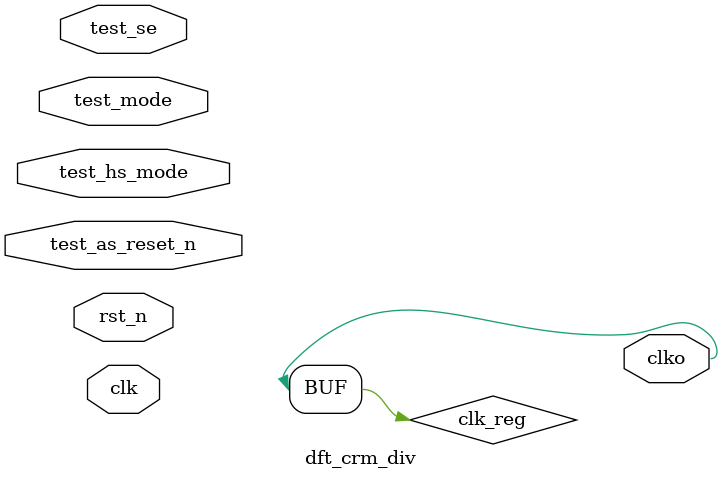
<source format=v>
module dft_crm_div (
    input  test_mode,
    input  test_as_reset_n,
    input  test_se,
    input  test_hs_mode,
    input  clk,
    input  rst_n,
    output clko
);

parameter  DIV_PARAM  = 3;
parameter  DUTY_CYCLE = 2;

`ifdef    FPGA_EN
    assign  clko = clk;
`else
wire                       rst_n_mux;
reg   [DIV_PARAM - 1 : 0]  shifter;
reg                        clko_reg;
wire  [DIV_PARAM - 1 : 0]  shifter_next;
wire                       clko_net;

assign  rst_n_mux = test_mode ? test_as_reset_n : rst_n ; 
assign  shifter_next = {shifter[DIV_PARAM - 2 : 0], shifter[DIV_PARAM - 1]} ;
assign  clko = clk_reg;

always @(posedge clk or negedge rst_n_mux)
    if(~rst_n_mux)
        shifter <= { { (DIV_PARAM-1){1'b0} } , 1'b1 } ;
    else
        shifter <= shifter_next;

assign  clko_net = |shifter_next[DUTY_CYCLE:1];

always @(posedge clk or negedge rst_n_mux)
    if(~rst_n_mux)
        clko_reg <= 1'b0;
    else
        clko_reg <= clko_net;
`endif

endmodule


</source>
